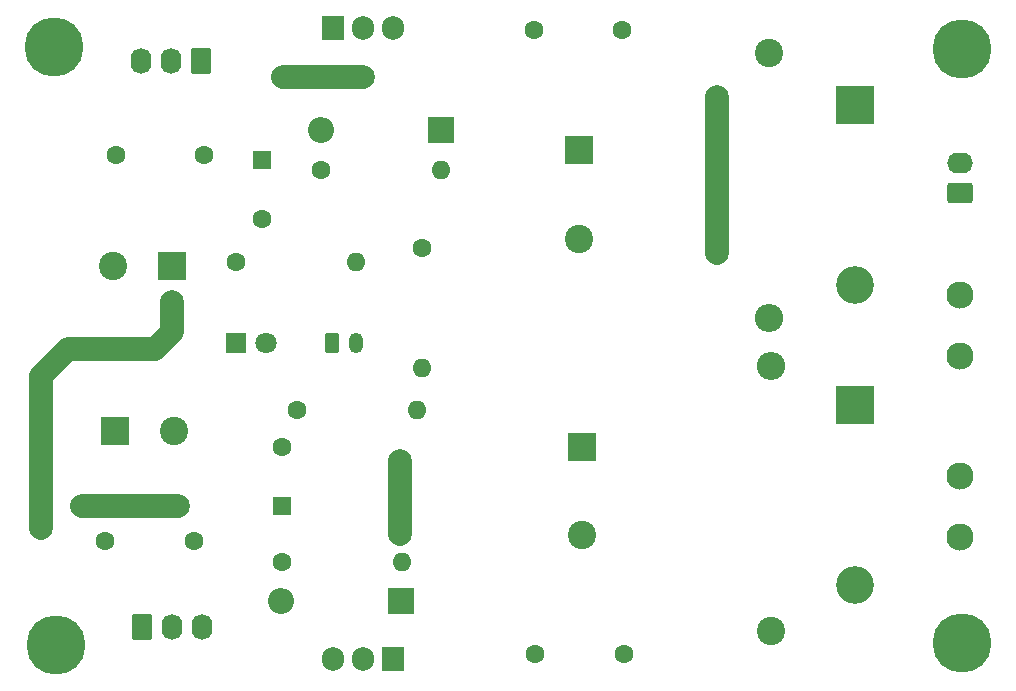
<source format=gbr>
G04 #@! TF.GenerationSoftware,KiCad,Pcbnew,(6.0.4)*
G04 #@! TF.CreationDate,2022-05-03T12:05:26+02:00*
G04 #@! TF.ProjectId,Zasilacz_wzm_sluchawkowy_2x12v,5a617369-6c61-4637-9a5f-777a6d5f736c,rev?*
G04 #@! TF.SameCoordinates,Original*
G04 #@! TF.FileFunction,Copper,L1,Top*
G04 #@! TF.FilePolarity,Positive*
%FSLAX46Y46*%
G04 Gerber Fmt 4.6, Leading zero omitted, Abs format (unit mm)*
G04 Created by KiCad (PCBNEW (6.0.4)) date 2022-05-03 12:05:26*
%MOMM*%
%LPD*%
G01*
G04 APERTURE LIST*
G04 Aperture macros list*
%AMRoundRect*
0 Rectangle with rounded corners*
0 $1 Rounding radius*
0 $2 $3 $4 $5 $6 $7 $8 $9 X,Y pos of 4 corners*
0 Add a 4 corners polygon primitive as box body*
4,1,4,$2,$3,$4,$5,$6,$7,$8,$9,$2,$3,0*
0 Add four circle primitives for the rounded corners*
1,1,$1+$1,$2,$3*
1,1,$1+$1,$4,$5*
1,1,$1+$1,$6,$7*
1,1,$1+$1,$8,$9*
0 Add four rect primitives between the rounded corners*
20,1,$1+$1,$2,$3,$4,$5,0*
20,1,$1+$1,$4,$5,$6,$7,0*
20,1,$1+$1,$6,$7,$8,$9,0*
20,1,$1+$1,$8,$9,$2,$3,0*%
G04 Aperture macros list end*
G04 #@! TA.AperFunction,ComponentPad*
%ADD10R,2.400000X2.400000*%
G04 #@! TD*
G04 #@! TA.AperFunction,ComponentPad*
%ADD11C,2.400000*%
G04 #@! TD*
G04 #@! TA.AperFunction,ComponentPad*
%ADD12C,1.600000*%
G04 #@! TD*
G04 #@! TA.AperFunction,ComponentPad*
%ADD13O,1.600000X1.600000*%
G04 #@! TD*
G04 #@! TA.AperFunction,ComponentPad*
%ADD14C,2.300000*%
G04 #@! TD*
G04 #@! TA.AperFunction,ComponentPad*
%ADD15R,1.600000X1.600000*%
G04 #@! TD*
G04 #@! TA.AperFunction,ComponentPad*
%ADD16O,2.400000X2.400000*%
G04 #@! TD*
G04 #@! TA.AperFunction,ComponentPad*
%ADD17C,5.000000*%
G04 #@! TD*
G04 #@! TA.AperFunction,ComponentPad*
%ADD18RoundRect,0.250000X0.845000X-0.620000X0.845000X0.620000X-0.845000X0.620000X-0.845000X-0.620000X0*%
G04 #@! TD*
G04 #@! TA.AperFunction,ComponentPad*
%ADD19O,2.190000X1.740000*%
G04 #@! TD*
G04 #@! TA.AperFunction,ComponentPad*
%ADD20RoundRect,0.250000X-0.620000X-0.845000X0.620000X-0.845000X0.620000X0.845000X-0.620000X0.845000X0*%
G04 #@! TD*
G04 #@! TA.AperFunction,ComponentPad*
%ADD21O,1.740000X2.190000*%
G04 #@! TD*
G04 #@! TA.AperFunction,ComponentPad*
%ADD22R,2.200000X2.200000*%
G04 #@! TD*
G04 #@! TA.AperFunction,ComponentPad*
%ADD23O,2.200000X2.200000*%
G04 #@! TD*
G04 #@! TA.AperFunction,ComponentPad*
%ADD24R,3.200000X3.200000*%
G04 #@! TD*
G04 #@! TA.AperFunction,ComponentPad*
%ADD25O,3.200000X3.200000*%
G04 #@! TD*
G04 #@! TA.AperFunction,ComponentPad*
%ADD26R,1.800000X1.800000*%
G04 #@! TD*
G04 #@! TA.AperFunction,ComponentPad*
%ADD27C,1.800000*%
G04 #@! TD*
G04 #@! TA.AperFunction,ComponentPad*
%ADD28RoundRect,0.250000X-0.350000X-0.625000X0.350000X-0.625000X0.350000X0.625000X-0.350000X0.625000X0*%
G04 #@! TD*
G04 #@! TA.AperFunction,ComponentPad*
%ADD29O,1.200000X1.750000*%
G04 #@! TD*
G04 #@! TA.AperFunction,ComponentPad*
%ADD30R,1.905000X2.000000*%
G04 #@! TD*
G04 #@! TA.AperFunction,ComponentPad*
%ADD31O,1.905000X2.000000*%
G04 #@! TD*
G04 #@! TA.AperFunction,ComponentPad*
%ADD32RoundRect,0.250000X0.620000X0.845000X-0.620000X0.845000X-0.620000X-0.845000X0.620000X-0.845000X0*%
G04 #@! TD*
G04 #@! TA.AperFunction,ViaPad*
%ADD33C,2.000000*%
G04 #@! TD*
G04 #@! TA.AperFunction,Conductor*
%ADD34C,2.000000*%
G04 #@! TD*
G04 APERTURE END LIST*
D10*
G04 #@! TO.P,C7,1*
G04 #@! TO.N,GND*
X128000000Y-98722220D03*
D11*
G04 #@! TO.P,C7,2*
G04 #@! TO.N,Net-(C7-Pad2)*
X128000000Y-106222220D03*
G04 #@! TD*
D12*
G04 #@! TO.P,R4,1*
G04 #@! TO.N,GND*
X98720000Y-83100000D03*
D13*
G04 #@! TO.P,R4,2*
G04 #@! TO.N,Net-(C5-Pad1)*
X108880000Y-83100000D03*
G04 #@! TD*
D12*
G04 #@! TO.P,C3,1*
G04 #@! TO.N,Net-(C3-Pad1)*
X96050000Y-74000000D03*
G04 #@! TO.P,C3,2*
G04 #@! TO.N,GND*
X88550000Y-74000000D03*
G04 #@! TD*
D14*
G04 #@! TO.P,F1,1*
G04 #@! TO.N,Net-(F1-Pad1)*
X160000000Y-85850000D03*
X160000000Y-91050000D03*
G04 #@! TO.P,F1,2*
G04 #@! TO.N,Net-(D1-Pad2)*
X160000000Y-101150000D03*
X160000000Y-106350000D03*
G04 #@! TD*
D15*
G04 #@! TO.P,C5,1*
G04 #@! TO.N,Net-(C5-Pad1)*
X100900000Y-74400000D03*
D12*
G04 #@! TO.P,C5,2*
G04 #@! TO.N,GND*
X100900000Y-79400000D03*
G04 #@! TD*
G04 #@! TO.P,R6,1*
G04 #@! TO.N,Net-(C10-Pad2)*
X102620000Y-108500000D03*
D13*
G04 #@! TO.P,R6,2*
G04 #@! TO.N,Net-(C6-Pad2)*
X112780000Y-108500000D03*
G04 #@! TD*
D12*
G04 #@! TO.P,R2,1*
G04 #@! TO.N,Net-(C5-Pad1)*
X105920000Y-75300000D03*
D13*
G04 #@! TO.P,R2,2*
G04 #@! TO.N,Net-(C3-Pad1)*
X116080000Y-75300000D03*
G04 #@! TD*
D10*
G04 #@! TO.P,C4,1*
G04 #@! TO.N,Net-(C3-Pad1)*
X93323959Y-83400000D03*
D11*
G04 #@! TO.P,C4,2*
G04 #@! TO.N,GND*
X88323959Y-83400000D03*
G04 #@! TD*
G04 #@! TO.P,R7,1*
G04 #@! TO.N,Net-(D5-Pad2)*
X144000000Y-114300000D03*
D16*
G04 #@! TO.P,R7,2*
G04 #@! TO.N,Net-(C7-Pad2)*
X144000000Y-91900000D03*
G04 #@! TD*
D12*
G04 #@! TO.P,C8,1*
G04 #@! TO.N,GND*
X131550000Y-116300000D03*
G04 #@! TO.P,C8,2*
G04 #@! TO.N,Net-(C7-Pad2)*
X124050000Y-116300000D03*
G04 #@! TD*
D17*
G04 #@! TO.P,REF\u002A\u002A,1*
G04 #@! TO.N,GND*
X83500000Y-115500000D03*
G04 #@! TD*
D15*
G04 #@! TO.P,C6,1*
G04 #@! TO.N,GND*
X102600000Y-103700000D03*
D12*
G04 #@! TO.P,C6,2*
G04 #@! TO.N,Net-(C6-Pad2)*
X102600000Y-98700000D03*
G04 #@! TD*
G04 #@! TO.P,R5,1*
G04 #@! TO.N,Net-(C6-Pad2)*
X103920000Y-95600000D03*
D13*
G04 #@! TO.P,R5,2*
G04 #@! TO.N,GND*
X114080000Y-95600000D03*
G04 #@! TD*
D12*
G04 #@! TO.P,R3,1*
G04 #@! TO.N,Net-(C3-Pad1)*
X114500000Y-81900000D03*
D13*
G04 #@! TO.P,R3,2*
G04 #@! TO.N,Net-(D3-Pad2)*
X114500000Y-92060000D03*
G04 #@! TD*
D18*
G04 #@! TO.P,J1,1,Pin_1*
G04 #@! TO.N,Net-(F1-Pad1)*
X160000000Y-77200000D03*
D19*
G04 #@! TO.P,J1,2,Pin_2*
G04 #@! TO.N,GND*
X160000000Y-74660000D03*
G04 #@! TD*
D11*
G04 #@! TO.P,R1,1*
G04 #@! TO.N,Net-(D1-Pad1)*
X143900000Y-65400000D03*
D16*
G04 #@! TO.P,R1,2*
G04 #@! TO.N,Net-(C1-Pad1)*
X143900000Y-87800000D03*
G04 #@! TD*
D20*
G04 #@! TO.P,J3,1,Pin_1*
G04 #@! TO.N,Net-(C3-Pad1)*
X90800000Y-113950000D03*
D21*
G04 #@! TO.P,J3,2,Pin_2*
G04 #@! TO.N,GND*
X93340000Y-113950000D03*
G04 #@! TO.P,J3,3,Pin_3*
G04 #@! TO.N,Net-(C10-Pad2)*
X95880000Y-113950000D03*
G04 #@! TD*
D22*
G04 #@! TO.P,D4,1,K*
G04 #@! TO.N,Net-(C6-Pad2)*
X112680000Y-111800000D03*
D23*
G04 #@! TO.P,D4,2,A*
G04 #@! TO.N,Net-(C10-Pad2)*
X102520000Y-111800000D03*
G04 #@! TD*
D10*
G04 #@! TO.P,C1,1*
G04 #@! TO.N,Net-(C1-Pad1)*
X127800000Y-73622220D03*
D11*
G04 #@! TO.P,C1,2*
G04 #@! TO.N,GND*
X127800000Y-81122220D03*
G04 #@! TD*
D24*
G04 #@! TO.P,D5,1,K*
G04 #@! TO.N,Net-(D1-Pad2)*
X151100000Y-95180000D03*
D25*
G04 #@! TO.P,D5,2,A*
G04 #@! TO.N,Net-(D5-Pad2)*
X151100000Y-110420000D03*
G04 #@! TD*
D22*
G04 #@! TO.P,D2,1,K*
G04 #@! TO.N,Net-(C3-Pad1)*
X116080000Y-71900000D03*
D23*
G04 #@! TO.P,D2,2,A*
G04 #@! TO.N,Net-(C5-Pad1)*
X105920000Y-71900000D03*
G04 #@! TD*
D24*
G04 #@! TO.P,D1,1,K*
G04 #@! TO.N,Net-(D1-Pad1)*
X151100000Y-69780000D03*
D25*
G04 #@! TO.P,D1,2,A*
G04 #@! TO.N,Net-(D1-Pad2)*
X151100000Y-85020000D03*
G04 #@! TD*
D26*
G04 #@! TO.P,D3,1,K*
G04 #@! TO.N,GND*
X98725000Y-89900000D03*
D27*
G04 #@! TO.P,D3,2,A*
G04 #@! TO.N,Net-(D3-Pad2)*
X101265000Y-89900000D03*
G04 #@! TD*
D10*
G04 #@! TO.P,C10,1*
G04 #@! TO.N,GND*
X88476041Y-97400000D03*
D11*
G04 #@! TO.P,C10,2*
G04 #@! TO.N,Net-(C10-Pad2)*
X93476041Y-97400000D03*
G04 #@! TD*
D12*
G04 #@! TO.P,C9,1*
G04 #@! TO.N,GND*
X87650000Y-106700000D03*
G04 #@! TO.P,C9,2*
G04 #@! TO.N,Net-(C10-Pad2)*
X95150000Y-106700000D03*
G04 #@! TD*
D17*
G04 #@! TO.P,REF\u002A\u002A,1*
G04 #@! TO.N,GND*
X83300000Y-64900000D03*
G04 #@! TD*
D12*
G04 #@! TO.P,C2,1*
G04 #@! TO.N,Net-(C1-Pad1)*
X123950000Y-63400000D03*
G04 #@! TO.P,C2,2*
G04 #@! TO.N,GND*
X131450000Y-63400000D03*
G04 #@! TD*
D28*
G04 #@! TO.P,J2,1,Pin_1*
G04 #@! TO.N,Net-(D3-Pad2)*
X106900000Y-89950000D03*
D29*
G04 #@! TO.P,J2,2,Pin_2*
G04 #@! TO.N,GND*
X108900000Y-89950000D03*
G04 #@! TD*
D30*
G04 #@! TO.P,U1,1,ADJ*
G04 #@! TO.N,Net-(C5-Pad1)*
X106960000Y-63300000D03*
D31*
G04 #@! TO.P,U1,2,VO*
G04 #@! TO.N,Net-(C3-Pad1)*
X109500000Y-63300000D03*
G04 #@! TO.P,U1,3,VI*
G04 #@! TO.N,Net-(C1-Pad1)*
X112040000Y-63300000D03*
G04 #@! TD*
D17*
G04 #@! TO.P,REF\u002A\u002A,1*
G04 #@! TO.N,GND*
X160200000Y-65000000D03*
G04 #@! TD*
D32*
G04 #@! TO.P,J4,1,Pin_1*
G04 #@! TO.N,Net-(C3-Pad1)*
X95740000Y-66080000D03*
D21*
G04 #@! TO.P,J4,2,Pin_2*
G04 #@! TO.N,GND*
X93200000Y-66080000D03*
G04 #@! TO.P,J4,3,Pin_3*
G04 #@! TO.N,Net-(C10-Pad2)*
X90660000Y-66080000D03*
G04 #@! TD*
D30*
G04 #@! TO.P,U2,1,ADJ*
G04 #@! TO.N,Net-(C6-Pad2)*
X112040000Y-116655000D03*
D31*
G04 #@! TO.P,U2,2,VI*
G04 #@! TO.N,Net-(C7-Pad2)*
X109500000Y-116655000D03*
G04 #@! TO.P,U2,3,VO*
G04 #@! TO.N,Net-(C10-Pad2)*
X106960000Y-116655000D03*
G04 #@! TD*
D17*
G04 #@! TO.P,REF\u002A\u002A,1*
G04 #@! TO.N,GND*
X160200000Y-115300000D03*
G04 #@! TD*
D33*
G04 #@! TO.N,Net-(C1-Pad1)*
X139500000Y-69100000D03*
X139500000Y-82300000D03*
G04 #@! TO.N,Net-(C3-Pad1)*
X102700000Y-67400000D03*
X93300000Y-86500000D03*
X109500000Y-67400000D03*
X82200000Y-105600000D03*
G04 #@! TO.N,Net-(C6-Pad2)*
X112600000Y-106100000D03*
X112600000Y-99900000D03*
G04 #@! TO.N,Net-(C10-Pad2)*
X85700000Y-103700000D03*
X93800000Y-103700000D03*
G04 #@! TD*
D34*
G04 #@! TO.N,Net-(C1-Pad1)*
X139500000Y-82300000D02*
X139500000Y-69100000D01*
G04 #@! TO.N,Net-(C3-Pad1)*
X93300000Y-89000000D02*
X93300000Y-86500000D01*
X91900000Y-90400000D02*
X93300000Y-89000000D01*
X82200000Y-92700000D02*
X84500000Y-90400000D01*
X84500000Y-90400000D02*
X91900000Y-90400000D01*
X82200000Y-105600000D02*
X82200000Y-92700000D01*
G04 #@! TO.N,Net-(C6-Pad2)*
X112600000Y-99900000D02*
X112600000Y-106100000D01*
G04 #@! TO.N,Net-(C3-Pad1)*
X102700000Y-67400000D02*
X109500000Y-67400000D01*
G04 #@! TO.N,Net-(C10-Pad2)*
X85700000Y-103700000D02*
X93800000Y-103700000D01*
G04 #@! TD*
M02*

</source>
